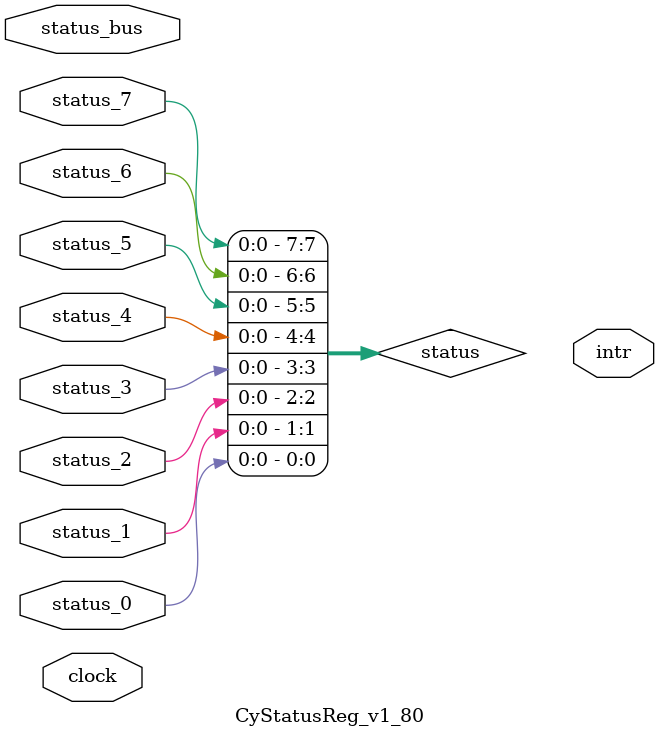
<source format=v>
/*******************************************************************************
* File Name:  CyStatusReg_v1_80.v
*
* Description:
*  Sets the value of a Status Register to match that of nets.
*
* Note:
*
********************************************************************************
* Copyright 2008-2012, Cypress Semiconductor Corporation.  All rights reserved.
* You may use this file only in accordance with the license, terms, conditions,
* disclaimers, and limitations in the end user license agreement accompanying 
* the software package with which this file was provided.
*******************************************************************************/

`include "cypress.v"

module CyStatusReg_v1_80 (
        input wire status_0,
        input wire status_1,
        input wire status_2,
        input wire status_3,
        input wire status_4,
        input wire status_5,
        input wire status_6,
        input wire status_7,
        input wire clock,
        input wire [7:0] status_bus,
        output wire intr
);

    parameter NumInputs = 8;
    wire [7:0] status;

    localparam DEFAULT_BUSVAL = 1'b0;
    parameter BusDisplay = DEFAULT_BUSVAL;

    localparam DEFAULT_INTR = 1'b0;
    parameter Interrupt = DEFAULT_INTR;

    generate
    if(BusDisplay && NumInputs > 1)
    begin
        assign status = status_bus;
    end
    else
    begin
        assign status[0] = status_0;
        assign status[1] = status_1;
        assign status[2] = status_2;
        assign status[3] = status_3;
        assign status[4] = status_4;
        assign status[5] = status_5;
        assign status[6] = status_6;
        assign status[7] = status_7;
    end
    endgenerate

    parameter [0:0] Bit0Mode = 0;
    parameter [0:0] Bit1Mode = 0;
    parameter [0:0] Bit2Mode = 0;
    parameter [0:0] Bit3Mode = 0;
    parameter [0:0] Bit4Mode = 0;
    parameter [0:0] Bit5Mode = 0;
    parameter [0:0] Bit6Mode = 0;
    parameter [0:0] Bit7Mode = 0;

    localparam DEFAULT_MASKVALUE = 127;
    parameter [7:0] MaskValue = DEFAULT_MASKVALUE;

    localparam intMask = MaskValue & ((1 << NumInputs) - 1);

    localparam ModeMask = (NumInputs == 8) ? ({Bit7Mode, Bit6Mode, Bit5Mode, Bit4Mode, Bit3Mode, Bit2Mode,
                                                        Bit1Mode, Bit0Mode}) :
                                (NumInputs == 7) ? ({0, Bit6Mode, Bit5Mode, Bit4Mode, Bit3Mode, Bit2Mode, Bit1Mode,
                                                        Bit0Mode}) :
                                (NumInputs == 6) ? ({0, 0, Bit5Mode, Bit4Mode, Bit3Mode, Bit2Mode, Bit1Mode,
                                                        Bit0Mode}) :
                                (NumInputs == 5) ? ({0, 0, 0, Bit4Mode, Bit3Mode, Bit2Mode, Bit1Mode, Bit0Mode}) :
                                (NumInputs == 4) ? ({0, 0, 0, 0, Bit3Mode, Bit2Mode, Bit1Mode, Bit0Mode}) :
                                (NumInputs == 3) ? ({0, 0, 0, 0, 0, Bit2Mode, Bit1Mode, Bit0Mode}) :
                                (NumInputs == 2) ? ({0, 0, 0, 0, 0, 0, Bit1Mode, Bit0Mode}) :
                                ({0, 0, 0, 0, 0, 0, 0, Bit0Mode});

    generate
    if(Interrupt)
    begin : sts_intr
    cy_psoc3_statusi #(.cy_force_order(1), .cy_md_select(ModeMask), .cy_int_mask(intMask))
    sts_reg(
        /* input            */  .clock(clock),
        /* input    [06:00] */  .status({status[6], status[5], status[4], status[3], status[2], status[1], status[0]}),
        /* output           */  .interrupt(intr)
    );
    end
    else
    begin : sts
    cy_psoc3_status #(.cy_force_order(1), .cy_md_select(ModeMask))
    sts_reg(
        /* input            */  .clock(clock),
        /* input    [07:00] */  .status(status)
    );
    end
    endgenerate

endmodule


</source>
